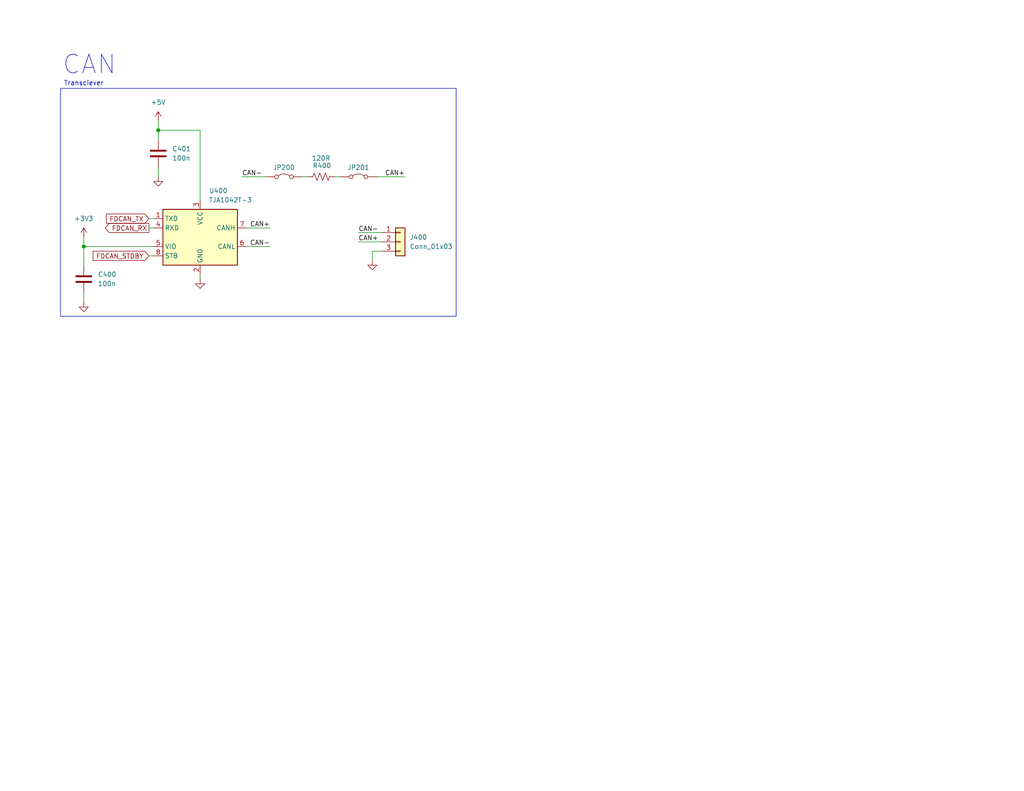
<source format=kicad_sch>
(kicad_sch (version 20250114) (generator "eeschema") (generator_version "9.0")
  (paper "USLetter")
  (title_block (title "Thermocouple Board") (date "2025-10-15") (rev "1A") (company "Aggie Propulsion and Rocketry Lab") (comment 1 "Drawn by: Nolan Poe") (comment 2 "Checked by: Daniel Fan"))
  (lib_symbols
    (symbol "Connector_Generic:Conn_01x03" (pin_names (offset 1.016) (hide yes))
      (property "Reference" "J" (at 0 5.08 0))
      (property "Value" "Conn_01x03" (at 0 -5.08 0))
      (symbol "Conn_01x03_1_1"
        (rectangle (start -1.27 3.81) (end 1.27 -3.81) (stroke (width 0.254)) (fill (type background)))
        (rectangle (start -1.27 2.667) (end 0 2.413) (stroke (width 0.1524)))
        (rectangle (start -1.27 0.127) (end 0 -0.127) (stroke (width 0.1524)))
        (rectangle (start -1.27 -2.413) (end 0 -2.667) (stroke (width 0.1524)))
        (pin passive line (at -5.08 2.54 0) (length 3.81) (name "Pin_1") (number "1"))
        (pin passive line (at -5.08 0 0) (length 3.81) (name "Pin_2") (number "2"))
        (pin passive line (at -5.08 -2.54 0) (length 3.81) (name "Pin_3") (number "3"))
      )
    )
    (symbol "Device:C" (pin_numbers (hide yes)) (pin_names (offset 0.254))
      (property "Reference" "C" (at 0.635 2.54 0))
      (property "Value" "C" (at 0.635 -2.54 0))
      (symbol "C_0_1"
        (polyline (pts (xy -2.032 0.762) (xy 2.032 0.762)) (stroke (width 0.508)))
        (polyline (pts (xy -2.032 -0.762) (xy 2.032 -0.762)) (stroke (width 0.508)))
      )
      (symbol "C_1_1"
        (pin passive line (at 0 3.81 270) (length 2.794) (name "~") (number "1"))
        (pin passive line (at 0 -3.81 90) (length 2.794) (name "~") (number "2"))
      )
    )
    (symbol "Device:R_US" (pin_numbers (hide yes)) (pin_names (offset 0))
      (property "Reference" "R" (at 2.54 0 90))
      (property "Value" "R_US" (at -2.54 0 90))
      (symbol "R_US_0_1"
        (polyline (pts (xy 0 2.286) (xy 0 2.54)))
        (polyline (pts (xy 0 2.286) (xy 1.016 1.905) (xy 0 1.524) (xy -1.016 1.143) (xy 0 0.762)))
        (polyline (pts (xy 0 0.762) (xy 1.016 0.381) (xy 0 0) (xy -1.016 -0.381) (xy 0 -0.762)))
        (polyline (pts (xy 0 -0.762) (xy 1.016 -1.143) (xy 0 -1.524) (xy -1.016 -1.905) (xy 0 -2.286)))
        (polyline (pts (xy 0 -2.286) (xy 0 -2.54)))
      )
      (symbol "R_US_1_1"
        (pin passive line (at 0 3.81 270) (length 1.27) (name "~") (number "1"))
        (pin passive line (at 0 -3.81 90) (length 1.27) (name "~") (number "2"))
      )
    )
    (symbol "Interface_CAN_LIN:TJA1042T-3"
      (property "Reference" "U" (at -10.16 8.89 0))
      (property "Value" "TJA1042T-3" (at 1.27 8.89 0))
      (symbol "TJA1042T-3_0_1"
        (rectangle (start -10.16 7.62) (end 10.16 -7.62) (stroke (width 0.254)) (fill (type background)))
      )
      (symbol "TJA1042T-3_1_1"
        (pin input line (at -12.7 5.08 0) (length 2.54) (name "TXD") (number "1"))
        (pin output line (at -12.7 2.54 0) (length 2.54) (name "RXD") (number "4"))
        (pin power_in line (at -12.7 -2.54 0) (length 2.54) (name "VIO") (number "5"))
        (pin input line (at -12.7 -5.08 0) (length 2.54) (name "STB") (number "8"))
        (pin power_in line (at 0 10.16 270) (length 2.54) (name "VCC") (number "3"))
        (pin power_in line (at 0 -10.16 90) (length 2.54) (name "GND") (number "2"))
        (pin bidirectional line (at 12.7 2.54 180) (length 2.54) (name "CANH") (number "7"))
        (pin bidirectional line (at 12.7 -2.54 180) (length 2.54) (name "CANL") (number "6"))
      )
    )
    (symbol "Jumper:Jumper_2_Bridged" (pin_numbers (hide yes)) (pin_names (offset 0) (hide yes))
      (property "Reference" "JP" (at 0 1.905 0))
      (property "Value" "Jumper_2_Bridged" (at 0 -2.54 0))
      (symbol "Jumper_2_Bridged_0_0"
        (circle (center -2.032 0) (radius 0.508))
        (circle (center 2.032 0) (radius 0.508))
      )
      (symbol "Jumper_2_Bridged_0_1"
        (arc (start -1.524 0.254) (mid 0 0.762) (end 1.524 0.254))
      )
      (symbol "Jumper_2_Bridged_1_1"
        (pin passive line (at -5.08 0 0) (length 2.54) (name "A") (number "1"))
        (pin passive line (at 5.08 0 180) (length 2.54) (name "B") (number "2"))
      )
    )
    (symbol "power:+3V3" (power) (pin_numbers (hide yes)) (pin_names (offset 0) (hide yes))
      (property "Value" "+3V3" (at 0 3.556 0))
      (symbol "+3V3_0_1"
        (polyline (pts (xy -0.762 1.27) (xy 0 2.54)))
        (polyline (pts (xy 0 2.54) (xy 0.762 1.27)))
        (polyline (pts (xy 0 0) (xy 0 2.54)))
      )
      (symbol "+3V3_1_1"
        (pin power_in line (at 0 0 90) (length 0) (name "~") (number "1"))
      )
    )
    (symbol "power:+5V" (power) (pin_numbers (hide yes)) (pin_names (offset 0) (hide yes))
      (property "Value" "+5V" (at 0 3.556 0))
      (symbol "+5V_0_1"
        (polyline (pts (xy -0.762 1.27) (xy 0 2.54)))
        (polyline (pts (xy 0 2.54) (xy 0.762 1.27)))
        (polyline (pts (xy 0 0) (xy 0 2.54)))
      )
      (symbol "+5V_1_1"
        (pin power_in line (at 0 0 90) (length 0) (name "~") (number "1"))
      )
    )
    (symbol "power:GND" (power) (pin_numbers (hide yes)) (pin_names (offset 0) (hide yes))
      (property "Value" "GND" (at 0 -3.81 0))
      (symbol "GND_0_1"
        (polyline (pts (xy 0 0) (xy 0 -1.27) (xy 1.27 -1.27) (xy 0 -2.54) (xy -1.27 -1.27) (xy 0 -1.27)))
      )
      (symbol "GND_1_1"
        (pin power_in line (at 0 0 270) (length 0) (name "~") (number "1"))
      )
    )
  )
  (rectangle (start 16.51 24.13) (end 124.46 86.36))
  (text "CAN" (at 24.384 17.78 0) (effects (font (size 5.08 5.08))))
  (text "Transciever" (at 22.86 22.86 0) (effects (font (size 1.27 1.27))))
  (junction (at 43.18 35.56))
  (junction (at 22.86 67.31))
  (wire (pts (xy 22.86 64.77) (xy 22.86 67.31)))
  (wire (pts (xy 43.18 35.56) (xy 43.18 38.1)))
  (wire (pts (xy 101.6 71.12) (xy 101.6 68.58)))
  (wire (pts (xy 66.04 48.26) (xy 72.39 48.26)))
  (wire (pts (xy 91.44 48.26) (xy 92.71 48.26)))
  (wire (pts (xy 41.91 69.85) (xy 40.64 69.85)))
  (wire (pts (xy 43.18 48.26) (xy 43.18 45.72)))
  (wire (pts (xy 43.18 33.02) (xy 43.18 35.56)))
  (wire (pts (xy 97.79 63.5) (xy 104.14 63.5)))
  (wire (pts (xy 40.64 62.23) (xy 41.91 62.23)))
  (wire (pts (xy 82.55 48.26) (xy 83.82 48.26)))
  (wire (pts (xy 22.86 67.31) (xy 41.91 67.31)))
  (wire (pts (xy 67.31 62.23) (xy 73.66 62.23)))
  (wire (pts (xy 54.61 74.93) (xy 54.61 76.2)))
  (wire (pts (xy 22.86 72.39) (xy 22.86 67.31)))
  (wire (pts (xy 101.6 68.58) (xy 104.14 68.58)))
  (wire (pts (xy 43.18 35.56) (xy 54.61 35.56)))
  (wire (pts (xy 67.31 67.31) (xy 73.66 67.31)))
  (wire (pts (xy 22.86 82.55) (xy 22.86 80.01)))
  (wire (pts (xy 97.79 66.04) (xy 104.14 66.04)))
  (wire (pts (xy 102.87 48.26) (xy 110.49 48.26)))
  (wire (pts (xy 40.64 59.69) (xy 41.91 59.69)))
  (wire (pts (xy 54.61 35.56) (xy 54.61 54.61)))
  (label "CAN+" (at 73.66 62.23 180))
  (label "CAN-" (at 66.04 48.26 0))
  (label "CAN+" (at 97.79 66.04 0))
  (label "CAN-" (at 97.79 63.5 0))
  (label "CAN+" (at 110.49 48.26 180))
  (label "CAN-" (at 73.66 67.31 180))
  (global_label "FDCAN_TX" (shape input) (at 40.64 59.69 180) (property "Intersheetrefs" "${INTERSHEET_REFS}" (effects (hide yes))))
  (global_label "FDCAN_STDBY" (shape input) (at 40.64 69.85 180) (property "Intersheetrefs" "${INTERSHEET_REFS}" (effects (hide yes))))
  (global_label "FDCAN_RX" (shape output) (at 40.64 62.23 180) (property "Intersheetrefs" "${INTERSHEET_REFS}" (effects (hide yes))))
  (symbol (lib_id "Device:C") (at 43.18 41.91 0) (unit 1)
    (property "Reference" "C401" (at 46.99 40.6399 0) (effects (justify left)))
    (property "Value" "100n" (at 46.99 43.1799 0) (effects (justify left)))
    (property "Footprint" "Library:C_0402_1005Metric" (effects (hide yes)))
    (property "Description" "Unpolarized capacitor" (effects (hide yes)))
    (property "LCSC" "C1525" (effects (hide yes)))
  )
  (symbol (lib_id "power:+3V3") (at 22.86 64.77 0) (unit 1)
    (property "Reference" "#PWR0400" (effects (hide yes)))
    (property "Value" "+3V3" (at 22.86 59.69 0))
    (property "Description" "Power symbol creates a global label with name \"+3V3\"" (effects (hide yes)))
  )
  (symbol (lib_id "Connector_Generic:Conn_01x03") (at 109.22 66.04 0) (unit 1)
    (property "Reference" "J400" (at 111.76 64.7699 0) (effects (justify left)))
    (property "Value" "Conn_01x03" (at 111.76 67.3099 0) (effects (justify left)))
    (property "Footprint" "Connector_PinHeader_2.54mm:PinHeader_1x03_P2.54mm_Vertical" (effects (hide yes)))
    (property "Description" "Generic connector, single row, 01x03, script generated (kicad-library-utils/schlib/autogen/connector/)" (effects (hide yes)))
    (property "LCSC" "C2337" (effects (hide yes)))
  )
  (symbol (lib_id "power:GND") (at 101.6 71.12 0) (unit 1)
    (property "Reference" "#PWR0405" (effects (hide yes)))
    (property "Value" "GND" (effects (hide yes)))
    (property "Description" "Power symbol creates a global label with name \"GND\" , ground" (effects (hide yes)))
  )
  (symbol (lib_id "Jumper:Jumper_2_Bridged") (at 97.79 48.26 0) (unit 1)
    (property "Reference" "JP201" (at 97.79 45.72 0))
    (property "Value" "Jumper_2_Bridged" (effects (hide yes)))
    (property "Footprint" "Connector_PinHeader_2.54mm:PinHeader_1x02_P2.54mm_Vertical" (effects (hide yes)))
    (property "Description" "Jumper, 2-pole, closed/bridged" (effects (hide yes)))
    (property "LCSC" "C2337" (effects (hide yes)))
  )
  (symbol (lib_id "power:GND") (at 22.86 82.55 0) (unit 1)
    (property "Reference" "#PWR0401" (effects (hide yes)))
    (property "Value" "GND" (effects (hide yes)))
    (property "Description" "Power symbol creates a global label with name \"GND\" , ground" (effects (hide yes)))
  )
  (symbol (lib_id "power:GND") (at 54.61 76.2 0) (unit 1)
    (property "Reference" "#PWR0404" (effects (hide yes)))
    (property "Value" "GND" (effects (hide yes)))
    (property "Description" "Power symbol creates a global label with name \"GND\" , ground" (effects (hide yes)))
  )
  (symbol (lib_id "Interface_CAN_LIN:TJA1042T-3") (at 54.61 64.77 0) (unit 1)
    (property "Reference" "U400" (at 56.9595 52.07 0) (effects (justify left)))
    (property "Value" "TJA1042T-3" (at 56.9595 54.61 0) (effects (justify left)))
    (property "Footprint" "Package_SO:SOIC-8_3.9x4.9mm_P1.27mm" (effects (hide yes)))
    (property "Datasheet" "http://www.nxp.com/docs/en/data-sheet/TJA1042.pdf" (effects (hide yes)))
    (property "Description" "High-Speed CAN Transceiver, separate VIO, standby mode, SOIC-8" (effects (hide yes)))
    (property "LCSC" "C22445414" (effects (hide yes)))
  )
  (symbol (lib_id "power:GND") (at 43.18 48.26 0) (unit 1)
    (property "Reference" "#PWR0403" (effects (hide yes)))
    (property "Value" "GND" (effects (hide yes)))
    (property "Description" "Power symbol creates a global label with name \"GND\" , ground" (effects (hide yes)))
  )
  (symbol (lib_id "power:+5V") (at 43.18 33.02 0) (unit 1)
    (property "Reference" "#PWR0402" (effects (hide yes)))
    (property "Value" "+5V" (at 43.18 27.94 0))
    (property "Description" "Power symbol creates a global label with name \"+5V\"" (effects (hide yes)))
  )
  (symbol (lib_id "Device:C") (at 22.86 76.2 0) (unit 1)
    (property "Reference" "C400" (at 26.67 74.9299 0) (effects (justify left)))
    (property "Value" "100n" (at 26.67 77.4699 0) (effects (justify left)))
    (property "Footprint" "Library:C_0402_1005Metric" (effects (hide yes)))
    (property "Description" "Unpolarized capacitor" (effects (hide yes)))
    (property "LCSC" "C1525" (effects (hide yes)))
  )
  (symbol (lib_id "Jumper:Jumper_2_Bridged") (at 77.47 48.26 0) (unit 1)
    (property "Reference" "JP200" (at 77.47 45.72 0))
    (property "Value" "Jumper_2_Bridged" (effects (hide yes)))
    (property "Footprint" "Connector_PinHeader_2.54mm:PinHeader_1x02_P2.54mm_Vertical" (effects (hide yes)))
    (property "Description" "Jumper, 2-pole, closed/bridged" (effects (hide yes)))
    (property "LCSC" "C2337" (effects (hide yes)))
  )
  (symbol (lib_id "Device:R_US") (at 87.63 48.26 90) (unit 1)
    (property "Reference" "R400" (at 90.424 45.212 90) (effects (justify left)))
    (property "Value" "120R" (at 90.17 43.18 90) (effects (justify left)))
    (property "Footprint" "Library:R_0402_1005Metric" (effects (hide yes)))
    (property "Description" "Resistor, US symbol" (effects (hide yes)))
    (property "LCSC" "C137954" (effects (hide yes)))
  )
)
</source>
